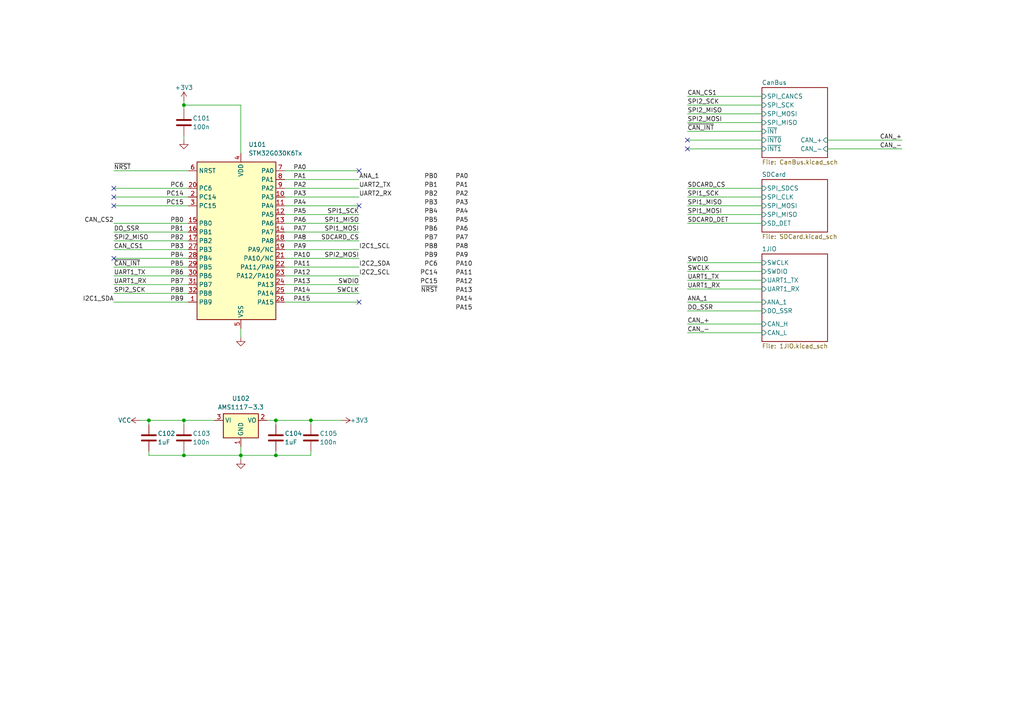
<source format=kicad_sch>
(kicad_sch (version 20230121) (generator eeschema)
  (paper "A4")
  (lib_symbols
    (symbol "Device:C" (pin_numbers hide) (pin_names (offset 0.254))
      (property "Reference" "C" (at 0.635 2.54 0))
      (property "Value" "C" (at 0.635 -2.54 0))
      (symbol "C_0_1"
        (polyline (pts (xy -2.032 -0.762) (xy 2.032 -0.762)) (stroke (width 0.508)))
        (polyline (pts (xy -2.032 0.762) (xy 2.032 0.762)) (stroke (width 0.508)))
      )
      (symbol "C_1_1"
        (pin passive line (at 0 3.81 270) (length 2.794) (name "~") (number "1"))
        (pin passive line (at 0 -3.81 90) (length 2.794) (name "~") (number "2"))
      )
    )
    (symbol "MCU_ST_STM32G0:STM32G030K6Tx"
      (property "Reference" "U" (at -10.16 24.13 0))
      (property "Value" "STM32G030K6Tx" (at 5.08 24.13 0))
      (symbol "STM32G030K6Tx_0_1"
        (rectangle (start -10.16 -22.86) (end 12.7 22.86) (stroke (width 0.254)) (fill (type background)))
      )
      (symbol "STM32G030K6Tx_1_1"
        (pin bidirectional line (at -12.7 -17.78 0) (length 2.54) (name "PB9") (number "1"))
        (pin bidirectional line (at 15.24 12.7 180) (length 2.54) (name "PA3") (number "10"))
        (pin bidirectional line (at 15.24 10.16 180) (length 2.54) (name "PA4") (number "11"))
        (pin bidirectional line (at 15.24 7.62 180) (length 2.54) (name "PA5") (number "12"))
        (pin bidirectional line (at 15.24 5.08 180) (length 2.54) (name "PA6") (number "13"))
        (pin bidirectional line (at 15.24 2.54 180) (length 2.54) (name "PA7") (number "14"))
        (pin bidirectional line (at -12.7 5.08 0) (length 2.54) (name "PB0") (number "15"))
        (pin bidirectional line (at -12.7 2.54 0) (length 2.54) (name "PB1") (number "16"))
        (pin bidirectional line (at -12.7 0 0) (length 2.54) (name "PB2") (number "17"))
        (pin bidirectional line (at 15.24 0 180) (length 2.54) (name "PA8") (number "18"))
        (pin bidirectional line (at 15.24 -2.54 180) (length 2.54) (name "PA9/NC") (number "19"))
        (pin bidirectional line (at -12.7 12.7 0) (length 2.54) (name "PC14") (number "2"))
        (pin bidirectional line (at -12.7 15.24 0) (length 2.54) (name "PC6") (number "20"))
        (pin bidirectional line (at 15.24 -5.08 180) (length 2.54) (name "PA10/NC") (number "21"))
        (pin bidirectional line (at 15.24 -7.62 180) (length 2.54) (name "PA11/PA9") (number "22"))
        (pin bidirectional line (at 15.24 -10.16 180) (length 2.54) (name "PA12/PA10") (number "23"))
        (pin bidirectional line (at 15.24 -12.7 180) (length 2.54) (name "PA13") (number "24"))
        (pin bidirectional line (at 15.24 -15.24 180) (length 2.54) (name "PA14") (number "25"))
        (pin bidirectional line (at 15.24 -17.78 180) (length 2.54) (name "PA15") (number "26"))
        (pin bidirectional line (at -12.7 -2.54 0) (length 2.54) (name "PB3") (number "27"))
        (pin bidirectional line (at -12.7 -5.08 0) (length 2.54) (name "PB4") (number "28"))
        (pin bidirectional line (at -12.7 -7.62 0) (length 2.54) (name "PB5") (number "29"))
        (pin bidirectional line (at -12.7 10.16 0) (length 2.54) (name "PC15") (number "3"))
        (pin bidirectional line (at -12.7 -10.16 0) (length 2.54) (name "PB6") (number "30"))
        (pin bidirectional line (at -12.7 -12.7 0) (length 2.54) (name "PB7") (number "31"))
        (pin bidirectional line (at -12.7 -15.24 0) (length 2.54) (name "PB8") (number "32"))
        (pin power_in line (at 2.54 25.4 270) (length 2.54) (name "VDD") (number "4"))
        (pin power_in line (at 2.54 -25.4 90) (length 2.54) (name "VSS") (number "5"))
        (pin input line (at -12.7 20.32 0) (length 2.54) (name "NRST") (number "6"))
        (pin bidirectional line (at 15.24 20.32 180) (length 2.54) (name "PA0") (number "7"))
        (pin bidirectional line (at 15.24 17.78 180) (length 2.54) (name "PA1") (number "8"))
        (pin bidirectional line (at 15.24 15.24 180) (length 2.54) (name "PA2") (number "9"))
      )
    )
    (symbol "Regulator_Linear:AMS1117-3.3"
      (property "Reference" "U" (at -3.81 3.175 0))
      (property "Value" "AMS1117-3.3" (at 0 3.175 0))
      (symbol "AMS1117-3.3_0_1"
        (rectangle (start -5.08 -5.08) (end 5.08 1.905) (stroke (width 0.254)) (fill (type background)))
      )
      (symbol "AMS1117-3.3_1_1"
        (pin power_in line (at 0 -7.62 90) (length 2.54) (name "GND") (number "1"))
        (pin power_out line (at 7.62 0 180) (length 2.54) (name "VO") (number "2"))
        (pin power_in line (at -7.62 0 0) (length 2.54) (name "VI") (number "3"))
      )
    )
    (symbol "power:+3V3" (power) (pin_names (offset 0))
      (property "Value" "+3V3" (at 0 3.556 0))
      (symbol "+3V3_0_1"
        (polyline (pts (xy -0.762 1.27) (xy 0 2.54)))
        (polyline (pts (xy 0 0) (xy 0 2.54)))
        (polyline (pts (xy 0 2.54) (xy 0.762 1.27)))
      )
      (symbol "+3V3_1_1"
        (pin power_in line (at 0 0 90) (length 0) hide (name "+3V3") (number "1"))
      )
    )
    (symbol "power:GND" (power) (pin_names (offset 0))
      (property "Value" "GND" (at 0 -3.81 0))
      (symbol "GND_0_1"
        (polyline (pts (xy 0 0) (xy 0 -1.27) (xy 1.27 -1.27) (xy 0 -2.54) (xy -1.27 -1.27) (xy 0 -1.27)))
      )
      (symbol "GND_1_1"
        (pin power_in line (at 0 0 270) (length 0) hide (name "GND") (number "1"))
      )
    )
    (symbol "power:VCC" (power) (pin_names (offset 0))
      (property "Value" "VCC" (at 0 3.81 0))
      (symbol "VCC_0_1"
        (polyline (pts (xy -0.762 1.27) (xy 0 2.54)))
        (polyline (pts (xy 0 0) (xy 0 2.54)))
        (polyline (pts (xy 0 2.54) (xy 0.762 1.27)))
      )
      (symbol "VCC_1_1"
        (pin power_in line (at 0 0 90) (length 0) hide (name "VCC") (number "1"))
      )
    )
  )
  (junction (at 69.85 132.08))
  (junction (at 90.17 121.92))
  (junction (at 80.01 121.92))
  (junction (at 53.34 30.48))
  (junction (at 80.01 132.08))
  (junction (at 53.34 132.08))
  (junction (at 53.34 121.92))
  (junction (at 43.18 121.92))
  (no_connect (at 104.14 59.69))
  (no_connect (at 199.39 43.18))
  (no_connect (at 33.02 74.93))
  (no_connect (at 104.14 49.53))
  (no_connect (at 33.02 57.15))
  (no_connect (at 104.14 87.63))
  (no_connect (at 33.02 54.61))
  (no_connect (at 33.02 59.69))
  (no_connect (at 199.39 40.64))
  (wire (pts (xy 40.64 121.92) (xy 43.18 121.92)))
  (wire (pts (xy 199.39 83.82) (xy 220.98 83.82)))
  (wire (pts (xy 43.18 121.92) (xy 43.18 123.19)))
  (wire (pts (xy 199.39 90.17) (xy 220.98 90.17)))
  (wire (pts (xy 69.85 132.08) (xy 80.01 132.08)))
  (wire (pts (xy 82.55 67.31) (xy 104.14 67.31)))
  (wire (pts (xy 82.55 64.77) (xy 104.14 64.77)))
  (wire (pts (xy 220.98 57.15) (xy 199.39 57.15)))
  (wire (pts (xy 54.61 69.85) (xy 33.02 69.85)))
  (wire (pts (xy 220.98 62.23) (xy 199.39 62.23)))
  (wire (pts (xy 199.39 78.74) (xy 220.98 78.74)))
  (wire (pts (xy 33.02 87.63) (xy 54.61 87.63)))
  (wire (pts (xy 82.55 49.53) (xy 104.14 49.53)))
  (wire (pts (xy 220.98 64.77) (xy 199.39 64.77)))
  (wire (pts (xy 69.85 95.25) (xy 69.85 97.79)))
  (wire (pts (xy 82.55 62.23) (xy 104.14 62.23)))
  (wire (pts (xy 33.02 72.39) (xy 54.61 72.39)))
  (wire (pts (xy 82.55 59.69) (xy 104.14 59.69)))
  (wire (pts (xy 82.55 87.63) (xy 104.14 87.63)))
  (wire (pts (xy 53.34 121.92) (xy 62.23 121.92)))
  (wire (pts (xy 54.61 85.09) (xy 33.02 85.09)))
  (wire (pts (xy 33.02 67.31) (xy 54.61 67.31)))
  (wire (pts (xy 220.98 40.64) (xy 199.39 40.64)))
  (wire (pts (xy 220.98 43.18) (xy 199.39 43.18)))
  (wire (pts (xy 69.85 30.48) (xy 53.34 30.48)))
  (wire (pts (xy 69.85 132.08) (xy 69.85 133.35)))
  (wire (pts (xy 82.55 80.01) (xy 104.14 80.01)))
  (wire (pts (xy 53.34 30.48) (xy 53.34 31.75)))
  (wire (pts (xy 261.62 40.64) (xy 240.03 40.64)))
  (wire (pts (xy 220.98 27.94) (xy 199.39 27.94)))
  (wire (pts (xy 90.17 132.08) (xy 90.17 130.81)))
  (wire (pts (xy 82.55 74.93) (xy 104.14 74.93)))
  (wire (pts (xy 220.98 54.61) (xy 199.39 54.61)))
  (wire (pts (xy 53.34 121.92) (xy 53.34 123.19)))
  (wire (pts (xy 53.34 132.08) (xy 69.85 132.08)))
  (wire (pts (xy 82.55 69.85) (xy 104.14 69.85)))
  (wire (pts (xy 199.39 81.28) (xy 220.98 81.28)))
  (wire (pts (xy 43.18 130.81) (xy 43.18 132.08)))
  (wire (pts (xy 53.34 29.21) (xy 53.34 30.48)))
  (wire (pts (xy 199.39 87.63) (xy 220.98 87.63)))
  (wire (pts (xy 33.02 49.53) (xy 54.61 49.53)))
  (wire (pts (xy 69.85 30.48) (xy 69.85 44.45)))
  (wire (pts (xy 82.55 72.39) (xy 104.14 72.39)))
  (wire (pts (xy 199.39 96.52) (xy 220.98 96.52)))
  (wire (pts (xy 77.47 121.92) (xy 80.01 121.92)))
  (wire (pts (xy 220.98 59.69) (xy 199.39 59.69)))
  (wire (pts (xy 33.02 57.15) (xy 54.61 57.15)))
  (wire (pts (xy 220.98 38.1) (xy 199.39 38.1)))
  (wire (pts (xy 33.02 77.47) (xy 54.61 77.47)))
  (wire (pts (xy 199.39 93.98) (xy 220.98 93.98)))
  (wire (pts (xy 80.01 130.81) (xy 80.01 132.08)))
  (wire (pts (xy 220.98 33.02) (xy 199.39 33.02)))
  (wire (pts (xy 82.55 82.55) (xy 104.14 82.55)))
  (wire (pts (xy 53.34 39.37) (xy 53.34 40.64)))
  (wire (pts (xy 90.17 121.92) (xy 99.06 121.92)))
  (wire (pts (xy 82.55 57.15) (xy 104.14 57.15)))
  (wire (pts (xy 80.01 121.92) (xy 90.17 121.92)))
  (wire (pts (xy 82.55 77.47) (xy 104.14 77.47)))
  (wire (pts (xy 220.98 30.48) (xy 199.39 30.48)))
  (wire (pts (xy 33.02 74.93) (xy 54.61 74.93)))
  (wire (pts (xy 33.02 59.69) (xy 54.61 59.69)))
  (wire (pts (xy 53.34 130.81) (xy 53.34 132.08)))
  (wire (pts (xy 43.18 132.08) (xy 53.34 132.08)))
  (wire (pts (xy 54.61 80.01) (xy 33.02 80.01)))
  (wire (pts (xy 220.98 35.56) (xy 199.39 35.56)))
  (wire (pts (xy 54.61 82.55) (xy 33.02 82.55)))
  (wire (pts (xy 82.55 54.61) (xy 104.14 54.61)))
  (wire (pts (xy 43.18 121.92) (xy 53.34 121.92)))
  (wire (pts (xy 261.62 43.18) (xy 240.03 43.18)))
  (wire (pts (xy 80.01 132.08) (xy 90.17 132.08)))
  (wire (pts (xy 82.55 52.07) (xy 104.14 52.07)))
  (wire (pts (xy 33.02 54.61) (xy 54.61 54.61)))
  (wire (pts (xy 33.02 64.77) (xy 54.61 64.77)))
  (wire (pts (xy 69.85 129.54) (xy 69.85 132.08)))
  (wire (pts (xy 90.17 121.92) (xy 90.17 123.19)))
  (wire (pts (xy 80.01 121.92) (xy 80.01 123.19)))
  (wire (pts (xy 82.55 85.09) (xy 104.14 85.09)))
  (wire (pts (xy 199.39 76.2) (xy 220.98 76.2)))
  (label "PC6" (at 53.34 54.61 180))
  (label "PC15" (at 127 82.55 180))
  (label "PA5" (at 85.09 62.23 0))
  (label "CAN_+" (at 261.62 40.64 180))
  (label "PB1" (at 127 54.61 180))
  (label "DO_SSR" (at 33.02 67.31 0))
  (label "PB3" (at 127 59.69 180))
  (label "PA11" (at 132.08 80.01 0))
  (label "DO_SSR" (at 199.39 90.17 0))
  (label "CAN_CS1" (at 33.02 72.39 0))
  (label "PC14" (at 127 80.01 180))
  (label "PA4" (at 132.08 62.23 0))
  (label "PA15" (at 85.09 87.63 0))
  (label "~{NRST}" (at 33.02 49.53 0))
  (label "PB0" (at 127 52.07 180))
  (label "PA2" (at 132.08 57.15 0))
  (label "PA5" (at 132.08 64.77 0))
  (label "SPI1_MISO" (at 199.39 59.69 0))
  (label "CAN_CS2" (at 33.02 64.77 180))
  (label "PA8" (at 132.08 72.39 0))
  (label "PA1" (at 132.08 54.61 0))
  (label "SPI1_SCK" (at 199.39 57.15 0))
  (label "SPI2_SCK" (at 199.39 30.48 0))
  (label "CAN_-" (at 199.39 96.52 0))
  (label "CAN_CS1" (at 199.39 27.94 0))
  (label "~{NRST}" (at 127 85.09 180))
  (label "SPI2_MOSI" (at 104.14 74.93 180))
  (label "PA6" (at 132.08 67.31 0))
  (label "PB9" (at 53.34 87.63 180))
  (label "SPI1_SCK" (at 104.14 62.23 180))
  (label "PB7" (at 53.34 82.55 180))
  (label "PB6" (at 127 67.31 180))
  (label "PA4" (at 85.09 59.69 0))
  (label "CAN_+" (at 199.39 93.98 0))
  (label "SDCARD_DET" (at 199.39 64.77 0))
  (label "~{CAN_INT}" (at 199.39 38.1 0))
  (label "PB7" (at 127 69.85 180))
  (label "PB0" (at 53.34 64.77 180))
  (label "PA12" (at 85.09 80.01 0))
  (label "PA3" (at 132.08 59.69 0))
  (label "UART1_RX" (at 33.02 82.55 0))
  (label "PA14" (at 132.08 87.63 0))
  (label "SPI1_MOSI" (at 104.14 67.31 180))
  (label "PB3" (at 53.34 72.39 180))
  (label "UART1_TX" (at 199.39 81.28 0))
  (label "PA3" (at 85.09 57.15 0))
  (label "SPI1_MOSI" (at 199.39 62.23 0))
  (label "SWCLK" (at 104.14 85.09 180))
  (label "PA13" (at 85.09 82.55 0))
  (label "PA12" (at 132.08 82.55 0))
  (label "ANA_1" (at 199.39 87.63 0))
  (label "PB4" (at 127 62.23 180))
  (label "SWDIO" (at 104.14 82.55 180))
  (label "PA1" (at 85.09 52.07 0))
  (label "PC6" (at 127 77.47 180))
  (label "PC15" (at 53.34 59.69 180))
  (label "PA7" (at 85.09 67.31 0))
  (label "I2C2_SDA" (at 104.14 77.47 0))
  (label "CAN_-" (at 261.62 43.18 180))
  (label "PA13" (at 132.08 85.09 0))
  (label "PB2" (at 53.34 69.85 180))
  (label "PA0" (at 85.09 49.53 0))
  (label "PA2" (at 85.09 54.61 0))
  (label "I2C1_SCL" (at 104.14 72.39 0))
  (label "PB5" (at 53.34 77.47 180))
  (label "PA9" (at 85.09 72.39 0))
  (label "SWCLK" (at 199.39 78.74 0))
  (label "UART2_TX" (at 104.14 54.61 0))
  (label "SPI2_MISO" (at 33.02 69.85 0))
  (label "PB9" (at 127 74.93 180))
  (label "SWDIO" (at 199.39 76.2 0))
  (label "PA10" (at 85.09 74.93 0))
  (label "SPI1_MISO" (at 104.14 64.77 180))
  (label "PB8" (at 127 72.39 180))
  (label "PA6" (at 85.09 64.77 0))
  (label "~{CAN_INT}" (at 33.02 77.47 0))
  (label "SDCARD_CS" (at 104.14 69.85 180))
  (label "PA7" (at 132.08 69.85 0))
  (label "UART1_TX" (at 33.02 80.01 0))
  (label "PA11" (at 85.09 77.47 0))
  (label "SDCARD_CS" (at 199.39 54.61 0))
  (label "SPI2_MOSI" (at 199.39 35.56 0))
  (label "SPI2_SCK" (at 33.02 85.09 0))
  (label "I2C2_SCL" (at 104.14 80.01 0))
  (label "PA0" (at 132.08 52.07 0))
  (label "ANA_1" (at 104.14 52.07 0))
  (label "PB6" (at 53.34 80.01 180))
  (label "PB4" (at 53.34 74.93 180))
  (label "SPI2_MISO" (at 199.39 33.02 0))
  (label "PB5" (at 127 64.77 180))
  (label "PC14" (at 53.34 57.15 180))
  (label "I2C1_SDA" (at 33.02 87.63 180))
  (label "PB2" (at 127 57.15 180))
  (label "PA10" (at 132.08 77.47 0))
  (label "PA14" (at 85.09 85.09 0))
  (label "PB8" (at 53.34 85.09 180))
  (label "UART2_RX" (at 104.14 57.15 0))
  (label "PA9" (at 132.08 74.93 0))
  (label "UART1_RX" (at 199.39 83.82 0))
  (label "PA8" (at 85.09 69.85 0))
  (label "PA15" (at 132.08 90.17 0))
  (label "PB1" (at 53.34 67.31 180))
  (symbol (lib_id "Regulator_Linear:AMS1117-3.3") (at 69.85 121.92 0) (unit 1)
    (property "Reference" "U102" (at 69.85 115.57 0))
    (property "Value" "AMS1117-3.3" (at 69.85 118.11 0))
    (property "Footprint" "Package_TO_SOT_SMD:SOT-223-3_TabPin2" (effects hide))
    (property "Datasheet" "http://www.advanced-monolithic.com/pdf/ds1117.pdf" (effects hide))
  )
  (symbol (lib_id "Device:C") (at 90.17 127 0) (unit 1)
    (property "Reference" "C105" (at 92.71 125.73 0) (effects (justify left)))
    (property "Value" "100n" (at 92.71 128.27 0) (effects (justify left)))
    (property "Footprint" "Capacitor_SMD:C_0603_1608Metric" (effects hide))
  )
  (symbol (lib_id "power:GND") (at 69.85 133.35 0) (unit 1)
    (property "Reference" "#PWR0106" (effects hide))
    (property "Value" "GND" (effects hide))
  )
  (symbol (lib_id "power:GND") (at 69.85 97.79 0) (unit 1)
    (property "Reference" "#PWR0103" (effects hide))
    (property "Value" "GND" (effects hide))
  )
  (symbol (lib_id "power:GND") (at 53.34 40.64 0) (unit 1)
    (property "Reference" "#PWR0102" (effects hide))
    (property "Value" "GND" (effects hide))
  )
  (symbol (lib_id "Device:C") (at 80.01 127 0) (unit 1)
    (property "Reference" "C104" (at 82.55 125.73 0) (effects (justify left)))
    (property "Value" "1uF" (at 82.55 128.27 0) (effects (justify left)))
    (property "Footprint" "Capacitor_SMD:C_0805_2012Metric" (effects hide))
  )
  (symbol (lib_id "power:+3V3") (at 99.06 121.92 270) (unit 1)
    (property "Reference" "#PWR0105" (effects hide))
    (property "Value" "+3V3" (at 104.14 121.92 90))
  )
  (symbol (lib_id "Device:C") (at 43.18 127 0) (unit 1)
    (property "Reference" "C102" (at 45.72 125.73 0) (effects (justify left)))
    (property "Value" "1uF" (at 45.72 128.27 0) (effects (justify left)))
    (property "Footprint" "Capacitor_SMD:C_0805_2012Metric" (effects hide))
  )
  (symbol (lib_id "power:+3V3") (at 53.34 29.21 0) (unit 1)
    (property "Reference" "#PWR0101" (effects hide))
    (property "Value" "+3V3" (at 53.34 25.4 0))
  )
  (symbol (lib_id "power:VCC") (at 40.64 121.92 90) (mirror x) (unit 1)
    (property "Reference" "#PWR0104" (effects hide))
    (property "Value" "VCC" (at 38.1 121.92 90) (effects (justify left)))
  )
  (symbol (lib_id "MCU_ST_STM32G0:STM32G030K6Tx") (at 67.31 69.85 0) (unit 1)
    (property "Reference" "U101" (at 72.0441 41.91 0) (effects (justify left)))
    (property "Value" "STM32G030K6Tx" (at 72.0441 44.45 0) (effects (justify left)))
    (property "Footprint" "Package_QFP:LQFP-32_7x7mm_P0.8mm" (effects hide))
    (property "Datasheet" "https://www.st.com/resource/en/datasheet/stm32g030k6.pdf" (effects hide))
  )
  (symbol (lib_id "Device:C") (at 53.34 127 0) (unit 1)
    (property "Reference" "C103" (at 55.88 125.73 0) (effects (justify left)))
    (property "Value" "100n" (at 55.88 128.27 0) (effects (justify left)))
    (property "Footprint" "Capacitor_SMD:C_0603_1608Metric" (effects hide))
  )
  (symbol (lib_id "Device:C") (at 53.34 35.56 0) (unit 1)
    (property "Reference" "C101" (at 55.88 34.29 0) (effects (justify left)))
    (property "Value" "100n" (at 55.88 36.83 0) (effects (justify left)))
    (property "Footprint" "Capacitor_SMD:C_0603_1608Metric" (effects hide))
  )
  (sheet (at 220.98 52.07) (size 19.05 15.24) (stroke (width 0.1524))
    (property "Sheetname" "SDCard" (at 220.98 51.3584 0) (effects (justify left bottom)))
    (property "Sheetfile" "SDCard.kicad_sch" (at 220.98 67.8946 0) (effects (justify left top)))
    (pin "SPI_SDCS" input (at 220.98 54.61 180))
    (pin "SPI_MOSI" input (at 220.98 59.69 180))
    (pin "SPI_MISO" input (at 220.98 62.23 180))
    (pin "SPI_CLK" input (at 220.98 57.15 180))
    (pin "SD_DET" input (at 220.98 64.77 180))
  )
  (sheet (at 220.98 73.66) (size 19.05 25.4) (stroke (width 0.1524))
    (property "Sheetname" "1JIO" (at 220.98 72.9484 0) (effects (justify left bottom)))
    (property "Sheetfile" "1JIO.kicad_sch" (at 220.98 99.6446 0) (effects (justify left top)))
    (pin "SWCLK" input (at 220.98 76.2 180))
    (pin "SWDIO" input (at 220.98 78.74 180))
    (pin "UART1_TX" input (at 220.98 81.28 180))
    (pin "UART1_RX" input (at 220.98 83.82 180))
    (pin "ANA_1" input (at 220.98 87.63 180))
    (pin "DO_SSR" input (at 220.98 90.17 180))
    (pin "CAN_L" input (at 220.98 96.52 180))
    (pin "CAN_H" input (at 220.98 93.98 180))
  )
  (sheet (at 220.98 25.4) (size 19.05 20.32) (stroke (width 0.1524))
    (property "Sheetname" "CanBus" (at 220.98 24.6884 0) (effects (justify left bottom)))
    (property "Sheetfile" "CanBus.kicad_sch" (at 220.98 46.3046 0) (effects (justify left top)))
    (pin "CAN_+" input (at 240.03 40.64 0))
    (pin "CAN_-" input (at 240.03 43.18 0))
    (pin "SPI_SCK" input (at 220.98 30.48 180))
    (pin "SPI_MOSI" input (at 220.98 33.02 180))
    (pin "SPI_CANCS" input (at 220.98 27.94 180))
    (pin "SPI_MISO" input (at 220.98 35.56 180))
    (pin "~{INT}" input (at 220.98 38.1 180))
    (pin "~{INT0}" input (at 220.98 40.64 180))
    (pin "~{INT1}" input (at 220.98 43.18 180))
  )
)
</source>
